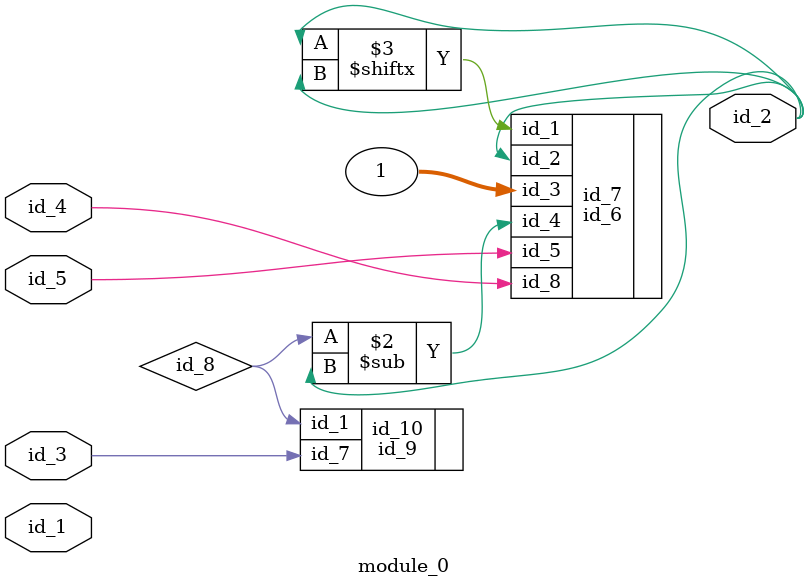
<source format=v>
module module_0 (
    id_1,
    id_2,
    id_3,
    id_4,
    id_5
);
  input id_5;
  input id_4;
  input id_3;
  output id_2;
  input id_1;
  id_6 id_7 (
      .id_5(id_2),
      .id_3(1),
      .id_5(id_4),
      .id_5(id_4),
      .id_5(id_1),
      .id_2(id_8),
      .id_5(id_5),
      .id_4(id_8 - id_2),
      .id_5(id_5),
      .id_2(id_2),
      .id_1(id_2[id_2]),
      .id_8(id_4)
  );
  id_9 id_10 (
      .id_7(id_3),
      .id_1(id_8)
  );
endmodule

</source>
